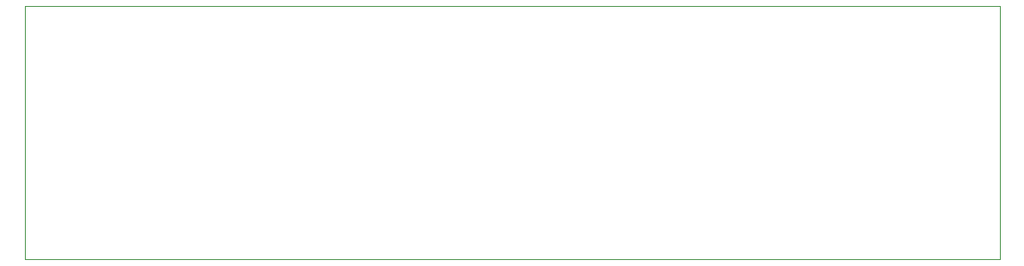
<source format=gbr>
G04 #@! TF.GenerationSoftware,KiCad,Pcbnew,5.1.6-c6e7f7d~87~ubuntu20.04.1*
G04 #@! TF.CreationDate,2020-10-18T21:18:21-04:00*
G04 #@! TF.ProjectId,jackboard4,6a61636b-626f-4617-9264-342e6b696361,rev?*
G04 #@! TF.SameCoordinates,Original*
G04 #@! TF.FileFunction,Profile,NP*
%FSLAX46Y46*%
G04 Gerber Fmt 4.6, Leading zero omitted, Abs format (unit mm)*
G04 Created by KiCad (PCBNEW 5.1.6-c6e7f7d~87~ubuntu20.04.1) date 2020-10-18 21:18:21*
%MOMM*%
%LPD*%
G01*
G04 APERTURE LIST*
G04 #@! TA.AperFunction,Profile*
%ADD10C,0.050000*%
G04 #@! TD*
G04 APERTURE END LIST*
D10*
X157000000Y-206000000D02*
X157000000Y-181000000D01*
X253000000Y-206000000D02*
X157000000Y-206000000D01*
X253000000Y-181000000D02*
X253000000Y-206000000D01*
X157000000Y-181000000D02*
X253000000Y-181000000D01*
M02*

</source>
